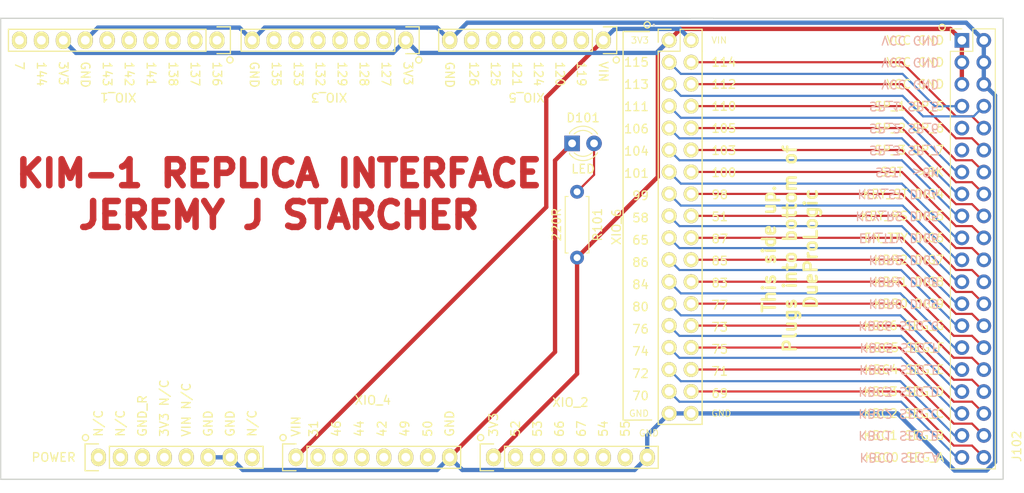
<source format=kicad_pcb>
(kicad_pcb (version 20211014) (generator pcbnew)
  (title_block (date "mar. 31 mars 2015"))
  (layers (0 "F.Cu" signal) (31 "B.Cu" signal) (34 "B.Paste" user) (35 "F.Paste" user) (36 "B.SilkS" user "B.Silkscreen") (37 "F.SilkS" user "F.Silkscreen") (38 "B.Mask" user) (39 "F.Mask" user) (44 "Edge.Cuts" user))
  (net 0 "")
  (net 19 "3V3")
  (net 39 "5V")
  (net 40 "GND")
  (net 41 "SPARE1")
  (net 42 "SPARE5")
  (net 43 "SPARE2")
  (net 44 "SPARE6")
  (net 45 "SPARE3")
  (net 46 "SPARE7")
  (net 47 "SST_KEY")
  (net 48 "EXP_RAM")
  (net 49 "ST_KEY")
  (net 50 "LED_DIG_4")
  (net 51 "RS_KEY")
  (net 52 "LED_DIG_5")
  (net 53 "ENABLE_TTY")
  (net 54 "LED_DIG_6")
  (net 55 "KB_ROW_2")
  (net 56 "LED_DIG_7")
  (net 57 "KB_ROW_1")
  (net 58 "LED_DIG_8")
  (net 59 "KB_ROW_0")
  (net 60 "LED_DIG_9")
  (net 61 "KB_COL_6")
  (net 62 "LED_SEG_6")
  (net 63 "KB_COL_5")
  (net 64 "LED_SEG_5")
  (net 65 "KB_COL_4")
  (net 66 "LED_SEG_4")
  (net 67 "KB_COL_3")
  (net 68 "LED_SEG_3")
  (net 69 "KB_COL_2")
  (net 70 "LED_SEG_2")
  (net 71 "KB_COL_1")
  (net 72 "LED_SEG_1")
  (net 73 "KB_COL_0")
  (net 74 "LED_SEG_0")
  (net 76 "Net-(D101-Pad2)")
  (footprint "Socket_Arduino_Mega:Socket_Strip_Arduino_1x08" (layer "F.Cu") (at 131.318 119.126)
    (fp_text reference "P2" hide)
    (fp_text value "Power" hide)
    (pad "1" thru_hole oval locked (at 0 0) (size 1.7272 2.032) (drill 1.016) (layers *.Cu *.Mask "F.SilkS"))
    (pad "2" thru_hole oval locked (at 2.54 0) (size 1.7272 2.032) (drill 1.016) (layers *.Cu *.Mask "F.SilkS"))
    (pad "3" thru_hole oval locked (at 5.08 0) (size 1.7272 2.032) (drill 1.016) (layers *.Cu *.Mask "F.SilkS"))
    (pad "4" thru_hole oval locked (at 7.62 0) (size 1.7272 2.032) (drill 1.016) (layers *.Cu *.Mask "F.SilkS"))
    (pad "5" thru_hole oval locked (at 10.16 0) (size 1.7272 2.032) (drill 1.016) (layers *.Cu *.Mask "F.SilkS"))
    (pad "6" thru_hole oval locked (at 12.7 0) (size 1.7272 2.032) (drill 1.016) (layers *.Cu *.Mask "F.SilkS") (net 40 "GND"))
    (pad "7" thru_hole oval locked (at 15.24 0) (size 1.7272 2.032) (drill 1.016) (layers *.Cu *.Mask "F.SilkS") (net 40 "GND"))
    (pad "8" thru_hole oval locked (at 17.78 0) (size 1.7272 2.032) (drill 1.016) (layers *.Cu *.Mask "F.SilkS"))
  )
  (footprint "Socket_Arduino_Mega:Socket_Strip_Arduino_1x08" (layer "F.Cu") (at 154.178 119.126)
    (fp_text reference "P3" hide)
    (fp_text value "XIO_4")
    (pad "1" thru_hole oval locked (at 0 0) (size 1.7272 2.032) (drill 1.016) (layers *.Cu *.Mask "F.SilkS") (net 39 "5V"))
    (pad "2" thru_hole oval locked (at 2.54 0) (size 1.7272 2.032) (drill 1.016) (layers *.Cu *.Mask "F.SilkS"))
    (pad "3" thru_hole oval locked (at 5.08 0) (size 1.7272 2.032) (drill 1.016) (layers *.Cu *.Mask "F.SilkS"))
    (pad "4" thru_hole oval locked (at 7.62 0) (size 1.7272 2.032) (drill 1.016) (layers *.Cu *.Mask "F.SilkS"))
    (pad "5" thru_hole oval locked (at 10.16 0) (size 1.7272 2.032) (drill 1.016) (layers *.Cu *.Mask "F.SilkS"))
    (pad "6" thru_hole oval locked (at 12.7 0) (size 1.7272 2.032) (drill 1.016) (layers *.Cu *.Mask "F.SilkS"))
    (pad "7" thru_hole oval locked (at 15.24 0) (size 1.7272 2.032) (drill 1.016) (layers *.Cu *.Mask "F.SilkS"))
    (pad "8" thru_hole oval locked (at 17.78 0) (size 1.7272 2.032) (drill 1.016) (layers *.Cu *.Mask "F.SilkS") (net 40 "GND"))
  )
  (footprint "Socket_Arduino_Mega:Socket_Strip_Arduino_1x08" (layer "F.Cu") (at 177.038 119.126)
    (fp_text reference "P4" hide)
    (fp_text value "XIO_2")
    (pad "1" thru_hole oval locked (at 0 0) (size 1.7272 2.032) (drill 1.016) (layers *.Cu *.Mask "F.SilkS") (net 19 "3V3"))
    (pad "2" thru_hole oval locked (at 2.54 0) (size 1.7272 2.032) (drill 1.016) (layers *.Cu *.Mask "F.SilkS"))
    (pad "3" thru_hole oval locked (at 5.08 0) (size 1.7272 2.032) (drill 1.016) (layers *.Cu *.Mask "F.SilkS"))
    (pad "4" thru_hole oval locked (at 7.62 0) (size 1.7272 2.032) (drill 1.016) (layers *.Cu *.Mask "F.SilkS"))
    (pad "5" thru_hole oval locked (at 10.16 0) (size 1.7272 2.032) (drill 1.016) (layers *.Cu *.Mask "F.SilkS"))
    (pad "6" thru_hole oval locked (at 12.7 0) (size 1.7272 2.032) (drill 1.016) (layers *.Cu *.Mask "F.SilkS"))
    (pad "7" thru_hole oval locked (at 15.24 0) (size 1.7272 2.032) (drill 1.016) (layers *.Cu *.Mask "F.SilkS"))
    (pad "8" thru_hole oval locked (at 17.78 0) (size 1.7272 2.032) (drill 1.016) (layers *.Cu *.Mask "F.SilkS") (net 40 "GND"))
  )
  (footprint "Socket_Arduino_Mega:Socket_Strip_Arduino_1x10" (layer "F.Cu") (at 145.034 70.866 180)
    (fp_text reference "P5" hide)
    (fp_text value "XIO_1" hide)
    (pad "1" thru_hole oval locked (at 0 0 180) (size 1.7272 2.032) (drill 1.016) (layers *.Cu *.Mask "F.SilkS"))
    (pad "2" thru_hole oval locked (at 2.54 0 180) (size 1.7272 2.032) (drill 1.016) (layers *.Cu *.Mask "F.SilkS"))
    (pad "3" thru_hole oval locked (at 5.08 0 180) (size 1.7272 2.032) (drill 1.016) (layers *.Cu *.Mask "F.SilkS"))
    (pad "4" thru_hole oval locked (at 7.62 0 180) (size 1.7272 2.032) (drill 1.016) (layers *.Cu *.Mask "F.SilkS"))
    (pad "5" thru_hole oval locked (at 10.16 0 180) (size 1.7272 2.032) (drill 1.016) (layers *.Cu *.Mask "F.SilkS"))
    (pad "6" thru_hole oval locked (at 12.7 0 180) (size 1.7272 2.032) (drill 1.016) (layers *.Cu *.Mask "F.SilkS"))
    (pad "7" thru_hole oval locked (at 15.24 0 180) (size 1.7272 2.032) (drill 1.016) (layers *.Cu *.Mask "F.SilkS") (net 40 "GND"))
    (pad "8" thru_hole oval locked (at 17.78 0 180) (size 1.7272 2.032) (drill 1.016) (layers *.Cu *.Mask "F.SilkS") (net 19 "3V3"))
    (pad "9" thru_hole oval locked (at 20.32 0 180) (size 1.7272 2.032) (drill 1.016) (layers *.Cu *.Mask "F.SilkS"))
    (pad "10" thru_hole oval locked (at 22.86 0 180) (size 1.7272 2.032) (drill 1.016) (layers *.Cu *.Mask "F.SilkS"))
  )
  (footprint "Socket_Arduino_Mega:Socket_Strip_Arduino_1x08" (layer "F.Cu") (at 166.878 70.866 180)
    (fp_text reference "P6" hide)
    (fp_text value "XIO_3" hide)
    (pad "1" thru_hole oval locked (at 0 0 180) (size 1.7272 2.032) (drill 1.016) (layers *.Cu *.Mask "F.SilkS") (net 19 "3V3"))
    (pad "2" thru_hole oval locked (at 2.54 0 180) (size 1.7272 2.032) (drill 1.016) (layers *.Cu *.Mask "F.SilkS"))
    (pad "3" thru_hole oval locked (at 5.08 0 180) (size 1.7272 2.032) (drill 1.016) (layers *.Cu *.Mask "F.SilkS"))
    (pad "4" thru_hole oval locked (at 7.62 0 180) (size 1.7272 2.032) (drill 1.016) (layers *.Cu *.Mask "F.SilkS"))
    (pad "5" thru_hole oval locked (at 10.16 0 180) (size 1.7272 2.032) (drill 1.016) (layers *.Cu *.Mask "F.SilkS"))
    (pad "6" thru_hole oval locked (at 12.7 0 180) (size 1.7272 2.032) (drill 1.016) (layers *.Cu *.Mask "F.SilkS"))
    (pad "7" thru_hole oval locked (at 15.24 0 180) (size 1.7272 2.032) (drill 1.016) (layers *.Cu *.Mask "F.SilkS"))
    (pad "8" thru_hole oval locked (at 17.78 0 180) (size 1.7272 2.032) (drill 1.016) (layers *.Cu *.Mask "F.SilkS") (net 40 "GND"))
  )
  (footprint "Socket_Arduino_Mega:Socket_Strip_Arduino_1x08" (layer "F.Cu") (at 189.738 70.866 180)
    (fp_text reference "P7" hide)
    (fp_text value "XIO_5")
    (pad "1" thru_hole oval locked (at 0 0 180) (size 1.7272 2.032) (drill 1.016) (layers *.Cu *.Mask "F.SilkS") (net 39 "5V"))
    (pad "2" thru_hole oval locked (at 2.54 0 180) (size 1.7272 2.032) (drill 1.016) (layers *.Cu *.Mask "F.SilkS"))
    (pad "3" thru_hole oval locked (at 5.08 0 180) (size 1.7272 2.032) (drill 1.016) (layers *.Cu *.Mask "F.SilkS"))
    (pad "4" thru_hole oval locked (at 7.62 0 180) (size 1.7272 2.032) (drill 1.016) (layers *.Cu *.Mask "F.SilkS"))
    (pad "5" thru_hole oval locked (at 10.16 0 180) (size 1.7272 2.032) (drill 1.016) (layers *.Cu *.Mask "F.SilkS"))
    (pad "6" thru_hole oval locked (at 12.7 0 180) (size 1.7272 2.032) (drill 1.016) (layers *.Cu *.Mask "F.SilkS"))
    (pad "7" thru_hole oval locked (at 15.24 0 180) (size 1.7272 2.032) (drill 1.016) (layers *.Cu *.Mask "F.SilkS"))
    (pad "8" thru_hole oval locked (at 17.78 0 180) (size 1.7272 2.032) (drill 1.016) (layers *.Cu *.Mask "F.SilkS") (net 40 "GND"))
  )
  (footprint "Socket_Arduino_Mega:EarthPeople" (layer "F.Cu") (at 197.358 70.866)
    (fp_text reference "J101")
    (fp_text value "Conn_02x18_Odd_Even" hide)
    (pad "1" thru_hole oval locked (at 0 0 270) (size 1.7272 1.7272) (drill 1.016) (layers *.Cu *.Mask "F.SilkS") (net 19 "3V3"))
    (pad "2" thru_hole circle locked (at 2.54 0 270) (size 1.7272 1.7272) (drill 1.016) (layers *.Cu *.Mask "F.SilkS") (net 39 "5V"))
    (pad "3" thru_hole oval locked (at 0 2.54 270) (size 1.7272 1.7272) (drill 1.016) (layers *.Cu *.Mask "F.SilkS") (net 41 "SPARE1"))
    (pad "4" thru_hole oval locked (at 2.54 2.54 270) (size 1.7272 1.7272) (drill 1.016) (layers *.Cu *.Mask "F.SilkS") (net 44 "SPARE6"))
    (pad "5" thru_hole oval locked (at 0 5.08 270) (size 1.7272 1.7272) (drill 1.016) (layers *.Cu *.Mask "F.SilkS") (net 42 "SPARE5"))
    (pad "6" thru_hole oval locked (at 2.54 5.08 270) (size 1.7272 1.7272) (drill 1.016) (layers *.Cu *.Mask "F.SilkS") (net 46 "SPARE7"))
    (pad "7" thru_hole oval locked (at 0 7.62 270) (size 1.7272 1.7272) (drill 1.016) (layers *.Cu *.Mask "F.SilkS") (net 47 "SST_KEY"))
    (pad "8" thru_hole oval locked (at 2.54 7.62 270) (size 1.7272 1.7272) (drill 1.016) (layers *.Cu *.Mask "F.SilkS") (net 48 "EXP_RAM"))
    (pad "9" thru_hole oval locked (at 0 10.16 270) (size 1.7272 1.7272) (drill 1.016) (layers *.Cu *.Mask "F.SilkS") (net 49 "ST_KEY"))
    (pad "10" thru_hole oval locked (at 2.54 10.16 270) (size 1.7272 1.7272) (drill 1.016) (layers *.Cu *.Mask "F.SilkS") (net 50 "LED_DIG_4"))
    (pad "11" thru_hole oval locked (at 0 12.7 270) (size 1.7272 1.7272) (drill 1.016) (layers *.Cu *.Mask "F.SilkS") (net 51 "RS_KEY"))
    (pad "12" thru_hole oval locked (at 2.54 12.7 270) (size 1.7272 1.7272) (drill 1.016) (layers *.Cu *.Mask "F.SilkS") (net 52 "LED_DIG_5"))
    (pad "13" thru_hole oval locked (at 0 15.24 270) (size 1.7272 1.7272) (drill 1.016) (layers *.Cu *.Mask "F.SilkS") (net 53 "ENABLE_TTY"))
    (pad "14" thru_hole oval locked (at 2.54 15.24 270) (size 1.7272 1.7272) (drill 1.016) (layers *.Cu *.Mask "F.SilkS") (net 54 "LED_DIG_6"))
    (pad "15" thru_hole oval locked (at 0 17.78 270) (size 1.7272 1.7272) (drill 1.016) (layers *.Cu *.Mask "F.SilkS") (net 55 "KB_ROW_2"))
    (pad "16" thru_hole oval locked (at 2.54 17.78 270) (size 1.7272 1.7272) (drill 1.016) (layers *.Cu *.Mask "F.SilkS") (net 56 "LED_DIG_7"))
    (pad "17" thru_hole oval locked (at 0 20.32 270) (size 1.7272 1.7272) (drill 1.016) (layers *.Cu *.Mask "F.SilkS") (net 57 "KB_ROW_1"))
    (pad "18" thru_hole oval locked (at 2.54 20.32 270) (size 1.7272 1.7272) (drill 1.016) (layers *.Cu *.Mask "F.SilkS") (net 58 "LED_DIG_8"))
    (pad "19" thru_hole oval locked (at 0 22.86 270) (size 1.7272 1.7272) (drill 1.016) (layers *.Cu *.Mask "F.SilkS") (net 59 "KB_ROW_0"))
    (pad "20" thru_hole oval locked (at 2.54 22.86 270) (size 1.7272 1.7272) (drill 1.016) (layers *.Cu *.Mask "F.SilkS") (net 60 "LED_DIG_9"))
    (pad "21" thru_hole oval locked (at 0 25.4 270) (size 1.7272 1.7272) (drill 1.016) (layers *.Cu *.Mask "F.SilkS") (net 61 "KB_COL_6"))
    (pad "22" thru_hole oval locked (at 2.54 25.4 270) (size 1.7272 1.7272) (drill 1.016) (layers *.Cu *.Mask "F.SilkS") (net 62 "LED_SEG_6"))
    (pad "23" thru_hole oval locked (at 0 27.94 270) (size 1.7272 1.7272) (drill 1.016) (layers *.Cu *.Mask "F.SilkS") (net 63 "KB_COL_5"))
    (pad "24" thru_hole oval locked (at 2.54 27.94 270) (size 1.7272 1.7272) (drill 1.016) (layers *.Cu *.Mask "F.SilkS") (net 64 "LED_SEG_5"))
    (pad "25" thru_hole oval locked (at 0 30.48 270) (size 1.7272 1.7272) (drill 1.016) (layers *.Cu *.Mask "F.SilkS") (net 65 "KB_COL_4"))
    (pad "26" thru_hole oval locked (at 2.54 30.48 270) (size 1.7272 1.7272) (drill 1.016) (layers *.Cu *.Mask "F.SilkS") (net 66 "LED_SEG_4"))
    (pad "27" thru_hole oval locked (at 0 33.02 270) (size 1.7272 1.7272) (drill 1.016) (layers *.Cu *.Mask "F.SilkS") (net 67 "KB_COL_3"))
    (pad "28" thru_hole oval locked (at 2.54 33.02 270) (size 1.7272 1.7272) (drill 1.016) (layers *.Cu *.Mask "F.SilkS") (net 68 "LED_SEG_3"))
    (pad "29" thru_hole oval locked (at 0 35.56 270) (size 1.7272 1.7272) (drill 1.016) (layers *.Cu *.Mask "F.SilkS") (net 69 "KB_COL_2"))
    (pad "30" thru_hole oval locked (at 2.54 35.56 270) (size 1.7272 1.7272) (drill 1.016) (layers *.Cu *.Mask "F.SilkS") (net 70 "LED_SEG_2"))
    (pad "31" thru_hole oval locked (at 0 38.1 270) (size 1.7272 1.7272) (drill 1.016) (layers *.Cu *.Mask "F.SilkS") (net 71 "KB_COL_1"))
    (pad "32" thru_hole oval locked (at 2.54 38.1 270) (size 1.7272 1.7272) (drill 1.016) (layers *.Cu *.Mask "F.SilkS") (net 72 "LED_SEG_1"))
    (pad "33" thru_hole oval locked (at 0 40.64 270) (size 1.7272 1.7272) (drill 1.016) (layers *.Cu *.Mask "F.SilkS") (net 73 "KB_COL_0"))
    (pad "34" thru_hole oval locked (at 2.54 40.64 270) (size 1.7272 1.7272) (drill 1.016) (layers *.Cu *.Mask "F.SilkS") (net 74 "LED_SEG_0"))
    (pad "35" thru_hole oval locked (at 0 43.18 270) (size 1.7272 1.7272) (drill 1.016) (layers *.Cu *.Mask "F.SilkS") (net 40 "GND"))
    (pad "36" thru_hole oval locked (at 2.54 43.18 270) (size 1.7272 1.7272) (drill 1.016) (layers *.Cu *.Mask "F.SilkS") (net 40 "GND"))
  )
  (footprint "Resistor_THT:R_Axial_DIN0207_L6.3mm_D2.5mm_P7.62mm_Horizontal" (layer "F.Cu") (at 186.7 88.4 -90)
    (fp_text reference "R101" (at 3.81 -2.37 90) (layer "F.SilkS"))
    (fp_text value "220R" (at 3.81 2.37 90) (layer "F.SilkS"))
    (pad "1" thru_hole circle locked (at 0 0 270) (size 1.6 1.6) (drill 0.8) (layers *.Cu *.Mask) (net 76 "Net-(D101-Pad2)"))
    (pad "2" thru_hole oval locked (at 7.62 0 270) (size 1.6 1.6) (drill 0.8) (layers *.Cu *.Mask) (net 19 "3V3"))
  )
  (footprint "LED_THT:LED_D3.0mm_Clear" (layer "F.Cu") (at 186.125 82.8)
    (fp_text reference "D101" (at 1.27 -2.96) (layer "F.SilkS"))
    (fp_text value "LED" (at 1.27 2.96) (layer "F.SilkS"))
    (pad "1" thru_hole rect locked (at 0 0) (size 1.8 1.8) (drill 0.9) (layers *.Cu *.Mask) (net 40 "GND"))
    (pad "2" thru_hole circle locked (at 2.54 0) (size 1.8 1.8) (drill 0.9) (layers *.Cu *.Mask) (net 76 "Net-(D101-Pad2)"))
  )
  (footprint "kim:connector" (layer "F.Cu") (at 231.225 70.875 90)
    (fp_text reference "J102" (at -46.985 6.355 90 unlocked) (layer "F.SilkS"))
    (fp_text value "Conn_02x20_Odd_Even")
    (fp_text user "SP_3 SP_7" (at -12.7 -2.54 180 unlocked) (layer "B.SilkS") (effects (justify right mirror)))
    (fp_text user "VCC GND" (at -2.54 -2.54 180 unlocked) (layer "B.SilkS") (effects (justify right mirror)))
    (fp_text user "KEY_ST DIG4" (at -17.78 -2.54 180 unlocked) (layer "B.SilkS") (effects (justify right mirror)))
    (fp_text user "KBC5 SEG_F" (at -35.56 -2.54 180 unlocked) (layer "B.SilkS") (effects (justify right mirror)))
    (fp_text user "SST  >8K" (at -15.24 -2.54 180 unlocked) (layer "B.SilkS") (effects (justify right mirror)))
    (fp_text user "KBR1 DIG8" (at -27.94 -2.54 180 unlocked) (layer "B.SilkS") (effects (justify right mirror)))
    (fp_text user "KBC0 SEG_A" (at -48.26 -2.54 180 unlocked) (layer "B.SilkS") (effects (justify right mirror)))
    (fp_text user "KBC1 SEG_B" (at -45.72 -2.54 180 unlocked) (layer "B.SilkS") (effects (justify right mirror)))
    (fp_text user "KBC6 SEG_G" (at -33.02 -2.54 180 unlocked) (layer "B.SilkS") (effects (justify right mirror)))
    (fp_text user "SP_2 SP_6" (at -10.16 -2.54 180 unlocked) (layer "B.SilkS") (effects (justify right mirror)))
    (fp_text user "KBR0 DIG9" (at -30.48 -2.54 180 unlocked) (layer "B.SilkS") (effects (justify right mirror)))
    (fp_text user "EN_TTY DIG6" (at -22.86 -2.54 180 unlocked) (layer "B.SilkS") (effects (justify right mirror)))
    (fp_text user "KEY_RS DIG5" (at -20.32 -2.54 180 unlocked) (layer "B.SilkS") (effects (justify right mirror)))
    (fp_text user "KBC2 SEG_C" (at -43.18 -2.54 180 unlocked) (layer "B.SilkS") (effects (justify right mirror)))
    (fp_text user "KBR2 DIG7" (at -25.4 -2.54 180 unlocked) (layer "B.SilkS") (effects (justify right mirror)))
    (fp_text user "VCC GND" (at -5.08 -2.54 180 unlocked) (layer "B.SilkS") (effects (justify right mirror)))
    (fp_text user "KBC4 SEG_E" (at -38.1 -2.54 180 unlocked) (layer "B.SilkS") (effects (justify right mirror)))
    (fp_text user "SP_1 SP_5" (at -7.62 -2.54 180 unlocked) (layer "B.SilkS") (effects (justify right mirror)))
    (fp_text user "KBC3 SEG_D" (at -40.64 -2.54 180 unlocked) (layer "B.SilkS") (effects (justify right mirror)))
    (fp_text user "VCC GND" (at 0 -2.54 180 unlocked) (layer "B.SilkS") (effects (justify right mirror)))
    (fp_text user "KBC3 SEG_D" (at -40.64 -1.95 unlocked) (layer "F.SilkS") (effects (justify right)))
    (fp_text user "KBR2 DIG7" (at -25.4 -1.95 unlocked) (layer "F.SilkS") (effects (justify right)))
    (fp_text user "KBC2 SEG_C" (at -43.18 -1.95 unlocked) (layer "F.SilkS") (effects (justify right)))
    (fp_text user "KBC6 SEG_G" (at -33.02 -1.95 unlocked) (layer "F.SilkS") (effects (justify right)))
    (fp_text user "KBC5 SEG_F" (at -35.56 -1.95 unlocked) (layer "F.SilkS") (effects (justify right)))
    (fp_text user "KBC0 SEG_A" (at -48.26 -1.95 unlocked) (layer "F.SilkS") (effects (justify right)))
    (fp_text user "KBC4 SEG_E" (at -38.1 -1.95 unlocked) (layer "F.SilkS") (effects (justify right)))
    (fp_text user "SP_3 SP_7" (at -12.7 -1.95 unlocked) (layer "F.SilkS") (effects (justify right)))
    (fp_text user "VCC GND" (at 0 -1.95 unlocked) (layer "F.SilkS") (effects (justify right)))
    (fp_text user "VCC GND" (at -5.08 -1.95 unlocked) (layer "F.SilkS") (effects (justify right)))
    (fp_text user "SP_1 SP_5" (at -7.62 -1.95 unlocked) (layer "F.SilkS") (effects (justify right)))
    (fp_text user "KEY_RS DIG5" (at -20.32 -1.95 unlocked) (layer "F.SilkS") (effects (justify right)))
    (fp_text user "KBR0 DIG9" (at -30.48 -1.95 unlocked) (layer "F.SilkS") (effects (justify right)))
    (fp_text user "EN_TTY DIG6" (at -22.86 -1.95 unlocked) (layer "F.SilkS") (effects (justify right)))
    (fp_text user "KBC1 SEG_B" (at -45.72 -1.95 unlocked) (layer "F.SilkS") (effects (justify right)))
    (fp_text user "KEY_ST DIG4" (at -17.78 -1.95 unlocked) (layer "F.SilkS") (effects (justify right)))
    (fp_text user "SP_2 SP_6" (at -10.16 -1.95 unlocked) (layer "F.SilkS") (effects (justify right)))
    (fp_text user "KBR1 DIG8" (at -27.94 -1.95 unlocked) (layer "F.SilkS") (effects (justify right)))
    (fp_text user "SST  >8K" (at -15.24 -1.95 unlocked) (layer "F.SilkS") (effects (justify right)))
    (fp_text user "VCC GND" (at -2.54 -1.95 unlocked) (layer "F.SilkS") (effects (justify right)))
    (pad "1" thru_hole rect locked (at 0 0) (size 1.7 1.7) (drill 1) (layers *.Cu *.Mask) (net 19 "3V3"))
    (pad "2" thru_hole oval locked (at 0 2.54) (size 1.7 1.7) (drill 1) (layers *.Cu *.Mask) (net 40 "GND"))
    (pad "3" thru_hole oval locked (at -2.54 0) (size 1.7 1.7) (drill 1) (layers *.Cu *.Mask) (net 19 "3V3"))
    (pad "4" thru_hole oval locked (at -2.54 2.54) (size 1.7 1.7) (drill 1) (layers *.Cu *.Mask) (net 40 "GND"))
    (pad "5" thru_hole oval locked (at -5.08 0) (size 1.7 1.7) (drill 1) (layers *.Cu *.Mask) (net 19 "3V3"))
    (pad "6" thru_hole oval locked (at -5.08 2.54) (size 1.7 1.7) (drill 1) (layers *.Cu *.Mask) (net 40 "GND"))
    (pad "7" thru_hole oval locked (at -7.62 0) (size 1.7 1.7) (drill 1) (layers *.Cu *.Mask) (net 41 "SPARE1"))
    (pad "8" thru_hole oval locked (at -7.62 2.54) (size 1.7 1.7) (drill 1) (layers *.Cu *.Mask) (net 42 "SPARE5"))
    (pad "9" thru_hole oval locked (at -10.16 0) (size 1.7 1.7) (drill 1) (layers *.Cu *.Mask) (net 43 "SPARE2"))
    (pad "10" thru_hole oval locked (at -10.16 2.54) (size 1.7 1.7) (drill 1) (layers *.Cu *.Mask) (net 44 "SPARE6"))
    (pad "11" thru_hole oval locked (at -12.7 0) (size 1.7 1.7) (drill 1) (layers *.Cu *.Mask) (net 45 "SPARE3"))
    (pad "12" thru_hole oval locked (at -12.7 2.54) (size 1.7 1.7) (drill 1) (layers *.Cu *.Mask) (net 46 "SPARE7"))
    (pad "13" thru_hole oval locked (at -15.24 0) (size 1.7 1.7) (drill 1) (layers *.Cu *.Mask) (net 47 "SST_KEY"))
    (pad "14" thru_hole oval locked (at -15.24 2.54) (size 1.7 1.7) (drill 1) (layers *.Cu *.Mask) (net 48 "EXP_RAM"))
    (pad "15" thru_hole oval locked (at -17.78 0) (size 1.7 1.7) (drill 1) (layers *.Cu *.Mask) (net 49 "ST_KEY"))
    (pad "16" thru_hole oval locked (at -17.78 2.54) (size 1.7 1.7) (drill 1) (layers *.Cu *.Mask) (net 50 "LED_DIG_4"))
    (pad "17" thru_hole oval locked (at -20.32 0) (size 1.7 1.7) (drill 1) (layers *.Cu *.Mask) (net 51 "RS_KEY"))
    (pad "18" thru_hole oval locked (at -20.32 2.54) (size 1.7 1.7) (drill 1) (layers *.Cu *.Mask) (net 52 "LED_DIG_5"))
    (pad "19" thru_hole oval locked (at -22.86 0) (size 1.7 1.7) (drill 1) (layers *.Cu *.Mask) (net 53 "ENABLE_TTY"))
    (pad "20" thru_hole oval locked (at -22.86 2.54) (size 1.7 1.7) (drill 1) (layers *.Cu *.Mask) (net 54 "LED_DIG_6"))
    (pad "21" thru_hole oval locked (at -25.4 0) (size 1.7 1.7) (drill 1) (layers *.Cu *.Mask) (net 55 "KB_ROW_2"))
    (pad "22" thru_hole oval locked (at -25.4 2.54) (size 1.7 1.7) (drill 1) (layers *.Cu *.Mask) (net 56 "LED_DIG_7"))
    (pad "23" thru_hole oval locked (at -27.94 0) (size 1.7 1.7) (drill 1) (layers *.Cu *.Mask) (net 57 "KB_ROW_1"))
    (pad "24" thru_hole oval locked (at -27.94 2.54) (size 1.7 1.7) (drill 1) (layers *.Cu *.Mask) (net 58 "LED_DIG_8"))
    (pad "25" thru_hole oval locked (at -30.48 0) (size 1.7 1.7) (drill 1) (layers *.Cu *.Mask) (net 59 "KB_ROW_0"))
    (pad "26" thru_hole oval locked (at -30.48 2.54) (size 1.7 1.7) (drill 1) (layers *.Cu *.Mask) (net 60 "LED_DIG_9"))
    (pad "27" thru_hole oval locked (at -33.02 0) (size 1.7 1.7) (drill 1) (layers *.Cu *.Mask) (net 61 "KB_COL_6"))
    (pad "28" thru_hole oval locked (at -33.02 2.54) (size 1.7 1.7) (drill 1) (layers *.Cu *.Mask) (net 62 "LED_SEG_6"))
    (pad "29" thru_hole oval locked (at -35.56 0) (size 1.7 1.7) (drill 1) (layers *.Cu *.Mask) (net 63 "KB_COL_5"))
    (pad "30" thru_hole oval locked (at -35.56 2.54) (size 1.7 1.7) (drill 1) (layers *.Cu *.Mask) (net 64 "LED_SEG_5"))
    (pad "31" thru_hole oval locked (at -38.1 0) (size 1.7 1.7) (drill 1) (layers *.Cu *.Mask) (net 65 "KB_COL_4"))
    (pad "32" thru_hole oval locked (at -38.1 2.54) (size 1.7 1.7) (drill 1) (layers *.Cu *.Mask) (net 66 "LED_SEG_4"))
    (pad "33" thru_hole oval locked (at -40.64 0) (size 1.7 1.7) (drill 1) (layers *.Cu *.Mask) (net 67 "KB_COL_3"))
    (pad "34" thru_hole oval locked (at -40.64 2.54) (size 1.7 1.7) (drill 1) (layers *.Cu *.Mask) (net 68 "LED_SEG_3"))
    (pad "35" thru_hole oval locked (at -43.18 0) (size 1.7 1.7) (drill 1) (layers *.Cu *.Mask) (net 69 "KB_COL_2"))
    (pad "36" thru_hole oval locked (at -43.18 2.54) (size 1.7 1.7) (drill 1) (layers *.Cu *.Mask) (net 70 "LED_SEG_2"))
    (pad "37" thru_hole oval locked (at -45.72 0) (size 1.7 1.7) (drill 1) (layers *.Cu *.Mask) (net 71 "KB_COL_1"))
    (pad "38" thru_hole oval locked (at -45.72 2.54) (size 1.7 1.7) (drill 1) (layers *.Cu *.Mask) (net 72 "LED_SEG_1"))
    (pad "39" thru_hole oval locked (at -48.26 0) (size 1.7 1.7) (drill 1) (layers *.Cu *.Mask) (net 73 "KB_COL_0"))
    (pad "40" thru_hole oval locked (at -48.26 2.54) (size 1.7 1.7) (drill 1) (layers *.Cu *.Mask) (net 74 "LED_SEG_0"))
  )
  (gr_circle locked (center 194.818 69.088) (end 195.072 69.342) (layer "F.SilkS") (width 0.15) (fill none))
  (gr_line locked (start 192.024 114.808) (end 192.278 114.824) (layer "F.SilkS") (width 0.15))
  (gr_line locked (start 192.278 69.85) (end 192.024 69.85) (layer "F.SilkS") (width 0.15))
  (gr_circle locked (center 146.534 73.144) (end 146.89321 73.144) (layer "F.SilkS") (width 0.15) (fill none))
  (gr_circle locked (center 228.939 69.375) (end 229.29821 69.375) (layer "F.SilkS") (width 0.15) (fill none))
  (gr_circle locked (center 168.378 73.144) (end 168.73721 73.144) (layer "F.SilkS") (width 0.15) (fill none))
  (gr_circle locked (center 152.678 116.848) (end 153.03721 116.848) (layer "F.SilkS") (width 0.15) (fill none))
  (gr_circle locked (center 191.238 73.144) (end 191.59721 73.144) (layer "F.SilkS") (width 0.15) (fill none))
  (gr_line locked (start 192.278 114.824) (end 195.326 114.808) (layer "F.SilkS") (width 0.15))
  (gr_circle locked (center 129.818 116.848) (end 130.17721 116.848) (layer "F.SilkS") (width 0.15) (fill none))
  (gr_line locked (start 192.278 69.85) (end 195.072 69.85) (layer "F.SilkS") (width 0.15))
  (gr_line locked (start 192.024 69.85) (end 192.024 70.612) (layer "F.SilkS") (width 0.15))
  (gr_line locked (start 195.072 69.85) (end 192.278 69.85) (layer "F.SilkS") (width 0.15))
  (gr_circle locked (center 175.538 116.848) (end 175.89721 116.848) (layer "F.SilkS") (width 0.15) (fill none))
  (gr_line locked (start 192.024 70.326) (end 192.024 114.808) (layer "F.SilkS") (width 0.15))
  (gr_circle locked (center 195.58 69.088) (end 195.58 69.088) (layer "Edge.Cuts") (width 0.15) (fill none))
  (gr_line locked (start 202.438 68.326) (end 199.898 68.326) (layer "Edge.Cuts") (width 0.15))
  (gr_rect locked (start 236 121.666) (end 120 68.326) (layer "Edge.Cuts") (width 0.15) (fill none))
  (gr_text "KIM-1 REPLICA INTERFACE\nJEREMY J STARCHER" (at 152.2 88.7) (layer "F.Cu") (effects (font (size 3 3) (thickness 0.75))))
  (gr_text "XIO_5" (at 180.858 77.47 180) (layer "F.SilkS") (effects (font (size 1 1))))
  (gr_text "N/C\n" (at 131.318 116.84 90) (layer "F.SilkS") (effects (font (size 1 1)) (justify left)))
  (gr_text "132" (at 156.972 74.771238 270) (layer "F.SilkS") (effects (font (size 1 1))))
  (gr_text "137" (at 142.494 74.771238 270) (layer "F.SilkS") (effects (font (size 1 1))))
  (gr_text "85" (at 203.211381 96.400289) (layer "F.SilkS") (effects (font (size 1 1))))
  (gr_text "GND_R" (at 136.398 116.84 90) (layer "F.SilkS") (effects (font (size 1 1)) (justify left)))
  (gr_text "115" (at 193.568428 73.406) (layer "F.SilkS") (effects (font (size 1 1))))
  (gr_text "73" (at 203.211381 104.065052) (layer "F.SilkS") (effects (font (size 1 1))))
  (gr_text "141" (at 137.414 74.771238 270) (layer "F.SilkS") (effects (font (size 1 1))))
  (gr_text "55" (at 192.278 115.812619 90) (layer "F.SilkS") (effects (font (size 1 1))))
  (gr_text "75" (at 203.211381 106.619973) (layer "F.SilkS") (effects (font (size 1 1))))
  (gr_text "72" (at 194.044619 109.440124) (layer "F.SilkS") (effects (font (size 1 1))))
  (gr_text "69" (at 203.211381 111.729815) (layer "F.SilkS") (effects (font (size 1 1))))
  (gr_text "XIO_3" (at 157.998 77.47 180) (layer "F.SilkS") (effects (font (size 1 1))))
  (gr_text "POWER" (at 128.778 119.126) (layer "F.SilkS") (effects (font (size 1 1)) (justify right)))
  (gr_text "VIN\n" (at 189.738 75.798619 270) (layer "F.SilkS") (effects (font (size 1 1)) (justify right)))
  (gr_text "GND\n" (at 195.072 114.046) (layer "F.SilkS") (effects (font (size 0.75 0.75) (thickness 0.1)) (justify right)))
  (gr_text "104" (at 193.568428 83.701464) (layer "F.SilkS") (effects (font (size 1 1))))
  (gr_text "N/C\n" (at 133.858 116.84 90) (layer "F.SilkS") (effects (font (size 1 1)) (justify left)))
  (gr_text "83" (at 203.211381 98.95521) (layer "F.SilkS") (effects (font (size 1 1))))
  (gr_text "3V3 N/C" (at 138.938 116.84 90) (layer "F.SilkS") (effects (font (size 1 1)) (justify left)))
  (gr_text "GND\n" (at 144.018 116.84 90) (layer "F.SilkS") (effects (font (size 1 1)) (justify left)))
  (gr_text "GND" (at 171.958 116.84 90) (layer "F.SilkS") (effects (font (size 1 1)) (justify left)))
  (gr_text "49" (at 166.7764 115.812619 90) (layer "F.SilkS") (effects (font (size 1 1))))
  (gr_text "126" (at 174.752 74.771238 270) (layer "F.SilkS") (effects (font (size 1 1))))
  (gr_text "112" (at 203.687571 75.960921) (layer "F.SilkS") (effects (font (size 1 1))))
  (gr_text "VIN N/C" (at 141.478 116.84 90) (layer "F.SilkS") (effects (font (size 1 1)) (justify left)))
  (gr_text "135" (at 151.892 74.771238 270) (layer "F.SilkS") (effects (font (size 1 1))))
  (gr_text "This side up.\nPlugs into bottom of\nDueProLogic" (at 211.328 95.000001 90) (layer "F.SilkS") (effects (font (size 1.5 1.5) (thickness 0.3))))
  (gr_text "7" (at 122.174 73.818857 270) (layer "F.SilkS") (effects (font (size 1 1))))
  (gr_text "74" (at 194.044619 106.866258) (layer "F.SilkS") (effects (font (size 1 1))))
  (gr_text "84" (at 194.044619 99.14466) (layer "F.SilkS") (effects (font (size 1 1))))
  (gr_text "51" (at 203.211381 91.290447) (layer "F.SilkS") (effects (font (size 1 1))))
  (gr_text "120" (at 184.7088 74.771238 270) (layer "F.SilkS") (effects (font (size 1 1))))
  (gr_text "127" (at 164.592 74.771238 270) (layer "F.SilkS") (effects (font (size 1 1))))
  (gr_text "3V3" (at 177.038 116.84 90) (layer "F.SilkS") (effects (font (size 1 1)) (justify left)))
  (gr_text "52" (at 179.578 115.812619 90) (layer "F.SilkS") (effects (font (size 1 1))))
  (gr_text "119" (at 187.198 74.771238 270) (layer "F.SilkS") (effects (font (size 1 1))))
  (gr_text "GND" (at 171.958 74.866476 270) (layer "F.SilkS") (effects (font (size 1 1))))
  (gr_text "42" (at 164.1348 115.812619 90) (layer "F.SilkS") (effects (font (size 1 1))))
  (gr_text "98" (at 203.211381 88.735526) (layer "F.SilkS") (effects (font (size 1 1))))
  (gr_text "67" (at 187.198 115.812619 90) (layer "F.SilkS") (effects (font (size 1 1))))
  (gr_text "VIN" (at 202.184 70.866) (layer "F.SilkS") (effects (font (size 0.75 0.75) (thickness 0.1)) (justify left)))
  (gr_text "110" (at 203.687571 78.515842) (layer "F.SilkS") (effects (font (size 1 1))))
  (gr_text "136" (at 145.034 74.771238 270) (layer "F.SilkS") (effects (font (size 1 1))))
  (gr_text "N/C\n" (at 149.098 116.84 90) (layer "F.SilkS") (effects (font (size 1 1)) (justify left)))
  (gr_text "XIO_1" (at 133.604 77.47 180) (layer "F.SilkS") (effects (font (size 1 1))))
  (gr_text "106" (at 193.568428 81.127598) (layer "F.SilkS") (effects (font (size 1 1))))
  (gr_text "66" (at 184.658 115.812619 90) (layer "F.SilkS") (effects (font (size 1 1))))
  (gr_text "3V3" (at 195.072 70.866) (layer "F.SilkS") (effects (font (size 0.75 0.75) (thickness 0.1)) (justify right)))
  (gr_text "XIO_6\n" (at 191.262 92.466 90) (layer "F.SilkS") (effects (font (size 1 1))))
  (gr_text "125" (at 177.2412 74.771238 270) (layer "F.SilkS") (effects (font (size 1 1))))
  (gr_text "3V3" (at 167.132 76.179572 270) (layer "F.SilkS") (effects (font (size 1 1)) (justify right)))
  (gr_text "133" (at 154.432 74.771238 270) (layer "F.SilkS") (effects (font (size 1 1))))
  (gr_text "121" (at 179.7304 74.771238 270) (layer "F.SilkS") (effects (font (size 1 1))))
  (gr_text "46" (at 158.8516 115.812619 90) (layer "F.SilkS") (effects (font (size 1 1))))
  (gr_text "53" (at 182.118 115.812619 90) (layer "F.SilkS") (effects (font (size 1 1))))
  (gr_text "87" (at 203.211381 93.845368) (layer "F.SilkS") (effects (font (size 1 1))))
  (gr_text "31" (at 156.21 115.812619 90) (layer "F.SilkS") (effects (font (size 1 1))))
  (gr_text "44" (at 161.4932 115.812619 90) (layer "F.SilkS") (effects (font (size 1 1))))
  (gr_text "128" (at 162.052 74.771238 270) (layer "F.SilkS") (effects (font (size 1 1))))
  (gr_text "58" (at 194.044619 91.423062) (layer "F.SilkS") (effects (font (size 1 1))))
  (gr_text "76" (at 194.044619 104.292392) (layer "F.SilkS") (effects (font (size 1 1))))
  (gr_text "80" (at 194.044619 101.718526) (layer "F.SilkS") (effects (font (size 1 1))))
  (gr_text "99" (at 194.044619 88.849196) (layer "F.SilkS") (effects (font (size 1 1))))
  (gr_text "XIO_2" (at 185.928 112.776) (layer "F.SilkS") (effects (font (size 1 1))))
  (gr_text "XIO_4" (at 163.068 112.522) (layer "F.SilkS") (effects (font (size 1 1))))
  (gr_text "103" (at 203.687571 83.625684) (layer "F.SilkS") (effects (font (size 1 1))))
  (gr_text "3V3" (at 127.254 76.179572 270) (layer "F.SilkS") (effects (font (size 1 1)) (justify right)))
  (gr_text "GND" (at 193.802 116.332) (layer "F.SilkS") (effects (font (size 0.75 0.75) (thickness 0.1)) (justify left)))
  (gr_text "GND" (at 149.352 76.465286 270) (layer "F.SilkS") (effects (font (size 1 1)) (justify right)))
  (gr_text "100" (at 203.687571 86.180605) (layer "F.SilkS") (effects (font (size 1 1))))
  (gr_text "138" (at 139.954 74.771238 270) (layer "F.SilkS") (effects (font (size 1 1))))
  (gr_text "77" (at 203.211381 101.510131) (layer "F.SilkS") (effects (font (size 1 1))))
  (gr_text "50" (at 169.418 115.812619 90) (layer "F.SilkS") (effects (font (size 1 1))))
  (gr_text "111" (at 193.568428 78.553732) (layer "F.SilkS") (effects (font (size 1 1))))
  (gr_text "105" (at 203.687571 81.070763) (layer "F.SilkS") (effects (font (size 1 1))))
  (gr_text "70" (at 194.044619 112.014) (layer "F.SilkS") (effects (font (size 1 1))))
  (gr_text "GND\n" (at 146.558 116.84 90) (layer "F.SilkS") (effects (font (size 1 1)) (justify left)))
  (gr_text "65" (at 194.044619 93.996928) (layer "F.SilkS") (effects (font (size 1 1))))
  (gr_text "114" (at 203.687571 73.406) (layer "F.SilkS") (effects (font (size 1 1))))
  (gr_text "54" (at 189.738 115.812619 90) (layer "F.SilkS") (effects (font (size 1 1))))
  (gr_text "GND\n" (at 129.794 76.465286 270) (layer "F.SilkS") (effects (font (size 1 1)) (justify right)))
  (gr_text "124" (at 182.2196 74.771238 270) (layer "F.SilkS") (effects (font (size 1 1))))
  (gr_text "GND" (at 202.184 114.046) (layer "F.SilkS") (effects (font (size 0.75 0.75) (thickness 0.1)) (justify left)))
  (gr_text "VIN" (at 154.178 116.84 90) (layer "F.SilkS") (effects (font (size 1 1)) (justify left)))
  (gr_text "101" (at 193.568428 86.27533) (layer "F.SilkS") (effects (font (size 1 1))))
  (gr_text "86" (at 194.044619 96.570794) (layer "F.SilkS") (effects (font (size 1 1))))
  (gr_text "143" (at 132.334 74.771238 270) (layer "F.SilkS") (effects (font (size 1 1))))
  (gr_text "71" (at 203.211381 109.174894) (layer "F.SilkS") (effects (font (size 1 1))))
  (gr_text "129" (at 159.512 74.771238 270) (layer "F.SilkS") (effects (font (size 1 1))))
  (gr_text "144" (at 124.714 74.771238 270) (layer "F.SilkS") (effects (font (size 1 1))))
  (gr_text "142" (at 134.874 74.771238 270) (layer "F.SilkS") (effects (font (size 1 1))))
  (gr_text "113" (at 193.568428 75.979866) (layer "F.SilkS") (effects (font (size 1 1))))
  (segment (start 198.671111 69.552889) (end 229.902889 69.552889) (width 0.5) (layer "F.Cu") (net 19))
  (segment (start 197.358 70.866) (end 196.044889 72.179111) (width 0.5) (layer "F.Cu") (net 19))
  (segment (start 231.225 70.875) (end 231.225 75.955) (width 0.5) (layer "F.Cu") (net 19))
  (segment (start 229.902889 69.552889) (end 231.225 70.875) (width 0.5) (layer "F.Cu") (net 19))
  (segment (start 186.7 96.02) (end 186.7 109.464) (width 0.5) (layer "F.Cu") (net 19))
  (segment (start 197.358 70.866) (end 198.671111 69.552889) (width 0.5) (layer "F.Cu") (net 19))
  (segment (start 196.044889 86.675111) (end 186.7 96.02) (width 0.5) (layer "F.Cu") (net 19))
  (segment (start 186.7 109.464) (end 177.038 119.126) (width 0.5) (layer "F.Cu") (net 19))
  (segment (start 196.044889 72.179111) (end 196.044889 86.675111) (width 0.5) (layer "F.Cu") (net 19))
  (segment (start 166.878 70.866) (end 165.41248 72.33152) (width 0.5) (layer "B.Cu") (net 19))
  (segment (start 197.358 70.866) (end 195.89248 72.33152) (width 0.5) (layer "B.Cu") (net 19))
  (segment (start 128.71952 72.33152) (end 127.254 70.866) (width 0.5) (layer "B.Cu") (net 19))
  (segment (start 168.34352 72.33152) (end 166.878 70.866) (width 0.5) (layer "B.Cu") (net 19))
  (segment (start 165.41248 72.33152) (end 128.71952 72.33152) (width 0.5) (layer "B.Cu") (net 19))
  (segment (start 195.89248 72.33152) (end 168.34352 72.33152) (width 0.5) (layer "B.Cu") (net 19))
  (segment (start 183.134 90.17) (end 154.178 119.126) (width 0.5) (layer "F.Cu") (net 39))
  (segment (start 183.134 77.47) (end 183.134 90.17) (width 0.5) (layer "F.Cu") (net 39))
  (segment (start 189.738 70.866) (end 183.134 77.47) (width 0.5) (layer "F.Cu") (net 39))
  (segment (start 191.051111 69.552889) (end 189.738 70.866) (width 0.5) (layer "B.Cu") (net 39))
  (segment (start 198.584889 69.552889) (end 191.051111 69.552889) (width 0.5) (layer "B.Cu") (net 39))
  (segment (start 199.898 70.866) (end 198.584889 69.552889) (width 0.5) (layer "B.Cu") (net 39))
  (segment (start 184.15 106.934) (end 184.15 84.775) (width 0.5) (layer "F.Cu") (net 40))
  (segment (start 171.958 119.126) (end 184.15 106.934) (width 0.5) (layer "F.Cu") (net 40))
  (segment (start 184.15 84.775) (end 186.125 82.8) (width 0.5) (layer "F.Cu") (net 40))
  (segment (start 231.724 68.834) (end 173.99 68.834) (width 0.5) (layer "B.Cu") (net 40))
  (segment (start 230.378 120.65) (end 234.087787 120.65) (width 0.5) (layer "B.Cu") (net 40))
  (segment (start 170.49248 120.59152) (end 148.02352 120.59152) (width 0.5) (layer "B.Cu") (net 40))
  (segment (start 223.774 114.046) (end 230.378 120.65) (width 0.5) (layer "B.Cu") (net 40))
  (segment (start 146.558 119.126) (end 144.018 119.126) (width 0.5) (layer "B.Cu") (net 40))
  (segment (start 147.63248 69.40048) (end 131.25952 69.40048) (width 0.5) (layer "B.Cu") (net 40))
  (segment (start 194.818 116.586) (end 197.358 114.046) (width 0.5) (layer "B.Cu") (net 40))
  (segment (start 173.42352 120.59152) (end 193.35248 120.59152) (width 0.5) (layer "B.Cu") (net 40))
  (segment (start 197.358 114.046) (end 199.898 114.046) (width 0.5) (layer "B.Cu") (net 40))
  (segment (start 233.765 70.875) (end 231.724 68.834) (width 0.5) (layer "B.Cu") (net 40))
  (segment (start 173.99 68.834) (end 171.958 70.866) (width 0.5) (layer "B.Cu") (net 40))
  (segment (start 234.087787 120.65) (end 235.064511 119.673276) (width 0.5) (layer "B.Cu") (net 40))
  (segment (start 171.958 70.866) (end 170.49248 69.40048) (width 0.5) (layer "B.Cu") (net 40))
  (segment (start 171.958 119.126) (end 170.49248 120.59152) (width 0.5) (layer "B.Cu") (net 40))
  (segment (start 148.02352 120.59152) (end 146.558 119.126) (width 0.5) (layer "B.Cu") (net 40))
  (segment (start 193.35248 120.59152) (end 194.818 119.126) (width 0.5) (layer "B.Cu") (net 40))
  (segment (start 235.064511 119.673276) (end 235.064511 77.254511) (width 0.5) (layer "B.Cu") (net 40))
  (segment (start 149.098 70.866) (end 147.63248 69.40048) (width 0.5) (layer "B.Cu") (net 40))
  (segment (start 233.765 75.955) (end 233.765 70.875) (width 0.5) (layer "B.Cu") (net 40))
  (segment (start 170.49248 69.40048) (end 150.56352 69.40048) (width 0.5) (layer "B.Cu") (net 40))
  (segment (start 131.25952 69.40048) (end 129.794 70.866) (width 0.5) (layer "B.Cu") (net 40))
  (segment (start 171.958 119.126) (end 173.42352 120.59152) (width 0.5) (layer "B.Cu") (net 40))
  (segment (start 150.56352 69.40048) (end 149.098 70.866) (width 0.5) (layer "B.Cu") (net 40))
  (segment (start 194.818 119.126) (end 194.818 116.586) (width 0.5) (layer "B.Cu") (net 40))
  (segment (start 199.898 114.046) (end 223.774 114.046) (width 0.5) (layer "B.Cu") (net 40))
  (segment (start 235.064511 77.254511) (end 233.765 75.955) (width 0.5) (layer "B.Cu") (net 40))
  (segment (start 197.358 73.406) (end 198.709889 74.757889) (width 0.25) (layer "B.Cu") (net 41))
  (segment (start 224.363889 74.757889) (end 228.101 78.495) (width 0.25) (layer "B.Cu") (net 41))
  (segment (start 228.101 78.495) (end 231.225 78.495) (width 0.25) (layer "B.Cu") (net 41))
  (segment (start 198.709889 74.757889) (end 224.363889 74.757889) (width 0.25) (layer "B.Cu") (net 41))
  (segment (start 224.363889 77.297889) (end 226.735511 79.669511) (width 0.25) (layer "B.Cu") (net 42))
  (segment (start 197.358 75.946) (end 198.709889 77.297889) (width 0.25) (layer "B.Cu") (net 42))
  (segment (start 226.735511 79.669511) (end 232.590489 79.669511) (width 0.25) (layer "B.Cu") (net 42))
  (segment (start 198.709889 77.297889) (end 224.363889 77.297889) (width 0.25) (layer "B.Cu") (net 42))
  (segment (start 232.590489 79.669511) (end 233.765 78.495) (width 0.25) (layer "B.Cu") (net 42))
  (segment (start 230.545511 79.669511) (end 232.399511 79.669511) (width 0.25) (layer "F.Cu") (net 44))
  (segment (start 232.399511 79.669511) (end 233.765 81.035) (width 0.25) (layer "F.Cu") (net 44))
  (segment (start 199.898 73.406) (end 224.282 73.406) (width 0.25) (layer "F.Cu") (net 44))
  (segment (start 224.282 73.406) (end 230.545511 79.669511) (width 0.25) (layer "F.Cu") (net 44))
  (segment (start 224.282 75.946) (end 230.545511 82.209511) (width 0.25) (layer "F.Cu") (net 46))
  (segment (start 232.399511 82.209511) (end 233.765 83.575) (width 0.25) (layer "F.Cu") (net 46))
  (segment (start 230.545511 82.209511) (end 232.399511 82.209511) (width 0.25) (layer "F.Cu") (net 46))
  (segment (start 199.898 75.946) (end 224.282 75.946) (width 0.25) (layer "F.Cu") (net 46))
  (segment (start 224.363889 79.837889) (end 230.641 86.115) (width 0.25) (layer "B.Cu") (net 47))
  (segment (start 230.641 86.115) (end 231.225 86.115) (width 0.25) (layer "B.Cu") (net 47))
  (segment (start 197.358 78.486) (end 198.709889 79.837889) (width 0.25) (layer "B.Cu") (net 47))
  (segment (start 198.709889 79.837889) (end 224.363889 79.837889) (width 0.25) (layer "B.Cu") (net 47))
  (segment (start 199.898 78.486) (end 224.282 78.486) (width 0.25) (layer "F.Cu") (net 48))
  (segment (start 232.399511 84.749511) (end 233.765 86.115) (width 0.25) (layer "F.Cu") (net 48))
  (segment (start 230.545511 84.749511) (end 232.399511 84.749511) (width 0.25) (layer "F.Cu") (net 48))
  (segment (start 224.282 78.486) (end 230.545511 84.749511) (width 0.25) (layer "F.Cu") (net 48))
  (segment (start 197.358 81.026) (end 198.546111 82.214111) (width 0.25) (layer "B.Cu") (net 49))
  (segment (start 198.546111 82.214111) (end 224.282 82.214111) (width 0.25) (layer "B.Cu") (net 49))
  (segment (start 224.282 82.214111) (end 230.722889 88.655) (width 0.25) (layer "B.Cu") (net 49))
  (segment (start 230.722889 88.655) (end 231.225 88.655) (width 0.25) (layer "B.Cu") (net 49))
  (segment (start 232.399511 87.289511) (end 233.765 88.655) (width 0.25) (layer "F.Cu") (net 50))
  (segment (start 230.545511 87.289511) (end 232.399511 87.289511) (width 0.25) (layer "F.Cu") (net 50))
  (segment (start 199.898 81.026) (end 224.282 81.026) (width 0.25) (layer "F.Cu") (net 50))
  (segment (start 224.282 81.026) (end 230.545511 87.289511) (width 0.25) (layer "F.Cu") (net 50))
  (segment (start 230.722889 91.195) (end 231.225 91.195) (width 0.25) (layer "B.Cu") (net 51))
  (segment (start 197.358 83.566) (end 198.546111 84.754111) (width 0.25) (layer "B.Cu") (net 51))
  (segment (start 198.546111 84.754111) (end 224.282 84.754111) (width 0.25) (layer "B.Cu") (net 51))
  (segment (start 224.282 84.754111) (end 230.722889 91.195) (width 0.25) (layer "B.Cu") (net 51))
  (segment (start 199.898 83.566) (end 224.282 83.566) (width 0.25) (layer "F.Cu") (net 52))
  (segment (start 230.545511 89.829511) (end 232.399511 89.829511) (width 0.25) (layer "F.Cu") (net 52))
  (segment (start 224.282 83.566) (end 230.545511 89.829511) (width 0.25) (layer "F.Cu") (net 52))
  (segment (start 232.399511 89.829511) (end 233.765 91.195) (width 0.25) (layer "F.Cu") (net 52))
  (segment (start 198.709889 87.457889) (end 224.282 87.457889) (width 0.25) (layer "B.Cu") (net 53))
  (segment (start 224.282 87.457889) (end 230.559111 93.735) (width 0.25) (layer "B.Cu") (net 53))
  (segment (start 230.559111 93.735) (end 231.225 93.735) (width 0.25) (layer "B.Cu") (net 53))
  (segment (start 197.358 86.106) (end 198.709889 87.457889) (width 0.25) (layer "B.Cu") (net 53))
  (segment (start 232.399511 92.369511) (end 233.765 93.735) (width 0.25) (layer "F.Cu") (net 54))
  (segment (start 230.545511 92.369511) (end 232.399511 92.369511) (width 0.25) (layer "F.Cu") (net 54))
  (segment (start 199.898 86.106) (end 224.282 86.106) (width 0.25) (layer "F.Cu") (net 54))
  (segment (start 224.282 86.106) (end 230.545511 92.369511) (width 0.25) (layer "F.Cu") (net 54))
  (segment (start 224.363889 89.997889) (end 230.641 96.275) (width 0.25) (layer "B.Cu") (net 55))
  (segment (start 230.641 96.275) (end 231.225 96.275) (width 0.25) (layer "B.Cu") (net 55))
  (segment (start 197.358 88.646) (end 198.709889 89.997889) (width 0.25) (layer "B.Cu") (net 55))
  (segment (start 198.709889 89.997889) (end 224.363889 89.997889) (width 0.25) (layer "B.Cu") (net 55))
  (segment (start 230.545511 94.909511) (end 232.399511 94.909511) (width 0.25) (layer "F.Cu") (net 56))
  (segment (start 232.399511 94.909511) (end 233.765 96.275) (width 0.25) (layer "F.Cu") (net 56))
  (segment (start 199.898 88.646) (end 224.282 88.646) (width 0.25) (layer "F.Cu") (net 56))
  (segment (start 224.282 88.646) (end 230.545511 94.909511) (width 0.25) (layer "F.Cu") (net 56))
  (segment (start 197.358 91.186) (end 198.546111 92.374111) (width 0.25) (layer "B.Cu") (net 57))
  (segment (start 198.546111 92.374111) (end 224.282 92.374111) (width 0.25) (layer "B.Cu") (net 57))
  (segment (start 224.282 92.374111) (end 230.722889 98.815) (width 0.25) (layer "B.Cu") (net 57))
  (segment (start 230.722889 98.815) (end 231.225 98.815) (width 0.25) (layer "B.Cu") (net 57))
  (segment (start 232.399511 97.449511) (end 233.765 98.815) (width 0.25) (layer "F.Cu") (net 58))
  (segment (start 224.282 91.186) (end 230.545511 97.449511) (width 0.25) (layer "F.Cu") (net 58))
  (segment (start 230.545511 97.449511) (end 232.399511 97.449511) (width 0.25) (layer "F.Cu") (net 58))
  (segment (start 199.898 91.186) (end 224.282 91.186) (width 0.25) (layer "F.Cu") (net 58))
  (segment (start 198.546111 94.914111) (end 224.200111 94.914111) (width 0.25) (layer "B.Cu") (net 59))
  (segment (start 224.200111 94.914111) (end 230.641 101.355) (width 0.25) (layer "B.Cu") (net 59))
  (segment (start 230.641 101.355) (end 231.225 101.355) (width 0.25) (layer "B.Cu") (net 59))
  (segment (start 197.358 93.726) (end 198.546111 94.914111) (width 0.25) (layer "B.Cu") (net 59))
  (segment (start 224.282 93.726) (end 230.545511 99.989511) (width 0.25) (layer "F.Cu") (net 60))
  (segment (start 232.399511 99.989511) (end 233.765 101.355) (width 0.25) (layer "F.Cu") (net 60))
  (segment (start 199.898 93.726) (end 224.282 93.726) (width 0.25) (layer "F.Cu") (net 60))
  (segment (start 230.545511 99.989511) (end 232.399511 99.989511) (width 0.25) (layer "F.Cu") (net 60))
  (segment (start 198.546111 97.454111) (end 224.200111 97.454111) (width 0.25) (layer "B.Cu") (net 61))
  (segment (start 224.200111 97.454111) (end 230.641 103.895) (width 0.25) (layer "B.Cu") (net 61))
  (segment (start 197.358 96.266) (end 198.546111 97.454111) (width 0.25) (layer "B.Cu") (net 61))
  (segment (start 230.641 103.895) (end 231.225 103.895) (width 0.25) (layer "B.Cu") (net 61))
  (segment (start 224.282 96.266) (end 230.545511 102.529511) (width 0.25) (layer "F.Cu") (net 62))
  (segment (start 232.399511 102.529511) (end 233.765 103.895) (width 0.25) (layer "F.Cu") (net 62))
  (segment (start 199.898 96.266) (end 224.282 96.266) (width 0.25) (layer "F.Cu") (net 62))
  (segment (start 230.545511 102.529511) (end 232.399511 102.529511) (width 0.25) (layer "F.Cu") (net 62))
  (segment (start 198.709889 100.157889) (end 224.109889 100.157889) (width 0.25) (layer "B.Cu") (net 63))
  (segment (start 197.358 98.806) (end 198.709889 100.157889) (width 0.25) (layer "B.Cu") (net 63))
  (segment (start 230.387 106.435) (end 231.225 106.435) (width 0.25) (layer "B.Cu") (net 63))
  (segment (start 224.109889 100.157889) (end 230.387 106.435) (width 0.25) (layer "B.Cu") (net 63))
  (segment (start 232.399511 105.069511) (end 233.765 106.435) (width 0.25) (layer "F.Cu") (net 64))
  (segment (start 230.291511 105.069511) (end 232.399511 105.069511) (width 0.25) (layer "F.Cu") (net 64))
  (segment (start 199.898 98.806) (end 224.028 98.806) (width 0.25) (layer "F.Cu") (net 64))
  (segment (start 224.028 98.806) (end 230.291511 105.069511) (width 0.25) (layer "F.Cu") (net 64))
  (segment (start 197.358 101.346) (end 198.709889 102.697889) (width 0.25) (layer "B.Cu") (net 65))
  (segment (start 198.709889 102.697889) (end 224.109889 102.697889) (width 0.25) (layer "B.Cu") (net 65))
  (segment (start 224.109889 102.697889) (end 230.387 108.975) (width 0.25) (layer "B.Cu") (net 65))
  (segment (start 230.387 108.975) (end 231.225 108.975) (width 0.25) (layer "B.Cu") (net 65))
  (segment (start 230.291511 107.609511) (end 232.399511 107.609511) (width 0.25) (layer "F.Cu") (net 66))
  (segment (start 232.399511 107.609511) (end 233.765 108.975) (width 0.25) (layer "F.Cu") (net 66))
  (segment (start 199.898 101.346) (end 224.028 101.346) (width 0.25) (layer "F.Cu") (net 66))
  (segment (start 224.028 101.346) (end 230.291511 107.609511) (width 0.25) (layer "F.Cu") (net 66))
  (segment (start 224.200111 105.074111) (end 230.641 111.515) (width 0.25) (layer "B.Cu") (net 67))
  (segment (start 197.358 103.886) (end 198.546111 105.074111) (width 0.25) (layer "B.Cu") (net 67))
  (segment (start 230.641 111.515) (end 231.225 111.515) (width 0.25) (layer "B.Cu") (net 67))
  (segment (start 198.546111 105.074111) (end 224.200111 105.074111) (width 0.25) (layer "B.Cu") (net 67))
  (segment (start 230.291511 110.149511) (end 232.399511 110.149511) (width 0.25) (layer "F.Cu") (net 68))
  (segment (start 199.898 103.886) (end 224.028 103.886) (width 0.25) (layer "F.Cu") (net 68))
  (segment (start 224.028 103.886) (end 230.291511 110.149511) (width 0.25) (layer "F.Cu") (net 68))
  (segment (start 232.399511 110.149511) (end 233.765 111.515) (width 0.25) (layer "F.Cu") (net 68))
  (segment (start 230.641 114.055) (end 231.225 114.055) (width 0.25) (layer "B.Cu") (net 69))
  (segment (start 224.200111 107.614111) (end 230.641 114.055) (width 0.25) (layer "B.Cu") (net 69))
  (segment (start 197.358 106.426) (end 198.546111 107.614111) (width 0.25) (layer "B.Cu") (net 69))
  (segment (start 198.546111 107.614111) (end 224.200111 107.614111) (width 0.25) (layer "B.Cu") (net 69))
  (segment (start 230.291511 112.689511) (end 232.399511 112.689511) (width 0.25) (layer "F.Cu") (net 70))
  (segment (start 199.898 106.426) (end 224.028 106.426) (width 0.25) (layer "F.Cu") (net 70))
  (segment (start 232.399511 112.689511) (end 233.765 114.055) (width 0.25) (layer "F.Cu") (net 70))
  (segment (start 224.028 106.426) (end 230.291511 112.689511) (width 0.25) (layer "F.Cu") (net 70))
  (segment (start 198.709889 110.317889) (end 224.109889 110.317889) (width 0.25) (layer "B.Cu") (net 71))
  (segment (start 224.109889 110.317889) (end 230.387 116.595) (width 0.25) (layer "B.Cu") (net 71))
  (segment (start 197.358 108.966) (end 198.709889 110.317889) (width 0.25) (layer "B.Cu") (net 71))
  (segment (start 230.387 116.595) (end 231.225 116.595) (width 0.25) (layer "B.Cu") (net 71))
  (segment (start 230.291511 115.229511) (end 232.399511 115.229511) (width 0.25) (layer "F.Cu") (net 72))
  (segment (start 224.028 108.966) (end 230.291511 115.229511) (width 0.25) (layer "F.Cu") (net 72))
  (segment (start 199.898 108.966) (end 224.028 108.966) (width 0.25) (layer "F.Cu") (net 72))
  (segment (start 232.399511 115.229511) (end 233.765 116.595) (width 0.25) (layer "F.Cu") (net 72))
  (segment (start 230.641 119.135) (end 231.225 119.135) (width 0.25) (layer "B.Cu") (net 73))
  (segment (start 197.358 111.506) (end 198.546111 112.694111) (width 0.25) (layer "B.Cu") (net 73))
  (segment (start 198.546111 112.694111) (end 224.200111 112.694111) (width 0.25) (layer "B.Cu") (net 73))
  (segment (start 224.200111 112.694111) (end 230.641 119.135) (width 0.25) (layer "B.Cu") (net 73))
  (segment (start 232.399511 117.769511) (end 233.765 119.135) (width 0.25) (layer "F.Cu") (net 74))
  (segment (start 199.898 111.506) (end 224.028 111.506) (width 0.25) (layer "F.Cu") (net 74))
  (segment (start 230.291511 117.769511) (end 232.399511 117.769511) (width 0.25) (layer "F.Cu") (net 74))
  (segment (start 224.028 111.506) (end 230.291511 117.769511) (width 0.25) (layer "F.Cu") (net 74))
  (segment (start 188.665 86.435) (end 186.7 88.4) (width 0.25) (layer "F.Cu") (net 76))
  (segment (start 188.665 82.8) (end 188.665 86.435) (width 0.25) (layer "F.Cu") (net 76))
)
</source>
